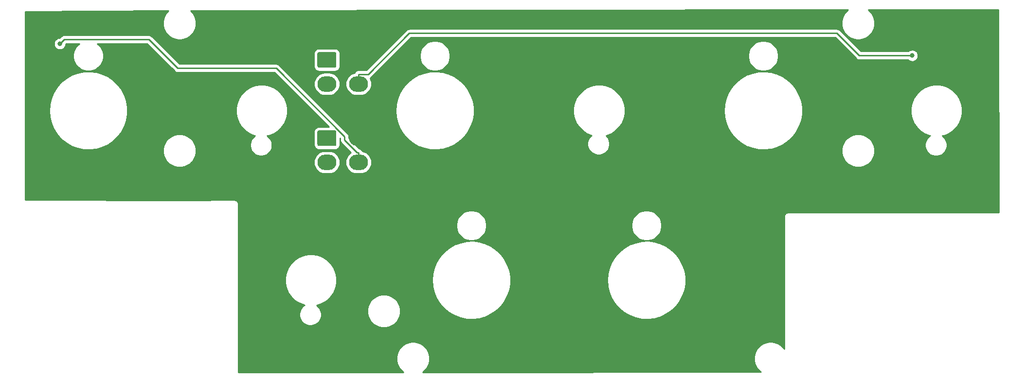
<source format=gbr>
%TF.GenerationSoftware,KiCad,Pcbnew,(5.1.10)-1*%
%TF.CreationDate,2021-11-17T10:49:59+11:00*%
%TF.ProjectId,HUD Panel PCB V2,48554420-5061-46e6-956c-205043422056,rev?*%
%TF.SameCoordinates,Original*%
%TF.FileFunction,Copper,L2,Bot*%
%TF.FilePolarity,Positive*%
%FSLAX46Y46*%
G04 Gerber Fmt 4.6, Leading zero omitted, Abs format (unit mm)*
G04 Created by KiCad (PCBNEW (5.1.10)-1) date 2021-11-17 10:49:59*
%MOMM*%
%LPD*%
G01*
G04 APERTURE LIST*
%TA.AperFunction,ComponentPad*%
%ADD10O,3.300000X2.700000*%
%TD*%
%TA.AperFunction,ViaPad*%
%ADD11C,1.500000*%
%TD*%
%TA.AperFunction,ViaPad*%
%ADD12C,0.800000*%
%TD*%
%TA.AperFunction,Conductor*%
%ADD13C,0.250000*%
%TD*%
%TA.AperFunction,Conductor*%
%ADD14C,0.254000*%
%TD*%
%TA.AperFunction,Conductor*%
%ADD15C,0.100000*%
%TD*%
G04 APERTURE END LIST*
D10*
%TO.P,J2,4*%
%TO.N,/DATAOUT*%
X126400000Y-51850000D03*
%TO.P,J2,3*%
%TO.N,/LEDGND*%
X126400000Y-47650000D03*
%TO.P,J2,2*%
%TO.N,/LED+5V*%
X120900000Y-51850000D03*
%TO.P,J2,1*%
%TA.AperFunction,ComponentPad*%
G36*
G01*
X119500001Y-46300000D02*
X122299999Y-46300000D01*
G75*
G02*
X122550000Y-46550001I0J-250001D01*
G01*
X122550000Y-48749999D01*
G75*
G02*
X122299999Y-49000000I-250001J0D01*
G01*
X119500001Y-49000000D01*
G75*
G02*
X119250000Y-48749999I0J250001D01*
G01*
X119250000Y-46550001D01*
G75*
G02*
X119500001Y-46300000I250001J0D01*
G01*
G37*
%TD.AperFunction*%
%TD*%
%TO.P,J1,4*%
%TO.N,/DATAIN*%
X126400000Y-65500000D03*
%TO.P,J1,3*%
%TO.N,/LEDGND*%
X126400000Y-61300000D03*
%TO.P,J1,2*%
%TO.N,/LED+5V*%
X120900000Y-65500000D03*
%TO.P,J1,1*%
%TA.AperFunction,ComponentPad*%
G36*
G01*
X119500001Y-59950000D02*
X122299999Y-59950000D01*
G75*
G02*
X122550000Y-60200001I0J-250001D01*
G01*
X122550000Y-62399999D01*
G75*
G02*
X122299999Y-62650000I-250001J0D01*
G01*
X119500001Y-62650000D01*
G75*
G02*
X119250000Y-62399999I0J250001D01*
G01*
X119250000Y-60200001D01*
G75*
G02*
X119500001Y-59950000I250001J0D01*
G01*
G37*
%TD.AperFunction*%
%TD*%
D11*
%TO.N,/LEDGND*%
X69977000Y-50419000D03*
X89535000Y-48514000D03*
X94361000Y-54483000D03*
X90297000Y-62103000D03*
X86995000Y-68580000D03*
X76800000Y-69942000D03*
X105664000Y-46228000D03*
X113820000Y-46200000D03*
X109728000Y-86868000D03*
X115000000Y-98868000D03*
X125476000Y-99949000D03*
X126620000Y-87250000D03*
X125222000Y-77216000D03*
X114874000Y-77150000D03*
X136398000Y-86995000D03*
X140140000Y-78300000D03*
X135509000Y-68072000D03*
X144702000Y-68150000D03*
X130302000Y-58038800D03*
X133985000Y-48387000D03*
X148200000Y-47126000D03*
X152150000Y-57146000D03*
X160927000Y-55100000D03*
X178950000Y-65158000D03*
X181483000Y-55626000D03*
X186366000Y-58350000D03*
X190963000Y-48850000D03*
X173406000Y-46050000D03*
X162459000Y-46000000D03*
X202819000Y-48895000D03*
X207137000Y-54737000D03*
X207347000Y-60750000D03*
X201059000Y-67800000D03*
X194088000Y-67850000D03*
X227330000Y-46482000D03*
X233942000Y-70350000D03*
X146304000Y-98044000D03*
X156464000Y-88138000D03*
X160655000Y-94234000D03*
X167513000Y-92964000D03*
X166616000Y-83050000D03*
X159604000Y-81950000D03*
X152273000Y-78232000D03*
X170815000Y-76327000D03*
X186182000Y-77089000D03*
X194795000Y-82400000D03*
X195114000Y-88350000D03*
X187579000Y-88265000D03*
X192339000Y-94300000D03*
X185547000Y-94996000D03*
X176752000Y-97250000D03*
X226060000Y-65786000D03*
X225069000Y-71272000D03*
X108814000Y-65303000D03*
X107061000Y-70866000D03*
X167259000Y-65659000D03*
D12*
%TO.N,/DATAIN*%
X74399400Y-44856300D03*
%TO.N,/DATAOUT*%
X222776000Y-46898500D03*
%TD*%
D13*
%TO.N,/DATAIN*%
X126400000Y-65500000D02*
X126400000Y-63824700D01*
X74399400Y-44856300D02*
X75174300Y-44081400D01*
X75174300Y-44081400D02*
X89916400Y-44081400D01*
X89916400Y-44081400D02*
X94943800Y-49108800D01*
X94943800Y-49108800D02*
X112074600Y-49108800D01*
X112074600Y-49108800D02*
X123972100Y-61006300D01*
X123972100Y-61006300D02*
X123972100Y-61606200D01*
X123972100Y-61606200D02*
X126190600Y-63824700D01*
X126190600Y-63824700D02*
X126400000Y-63824700D01*
%TO.N,/DATAOUT*%
X126400000Y-51850000D02*
X126400000Y-50174700D01*
X222776000Y-46898500D02*
X213548300Y-46898500D01*
X213548300Y-46898500D02*
X209665600Y-43015800D01*
X209665600Y-43015800D02*
X135234200Y-43015800D01*
X135234200Y-43015800D02*
X128075300Y-50174700D01*
X128075300Y-50174700D02*
X126400000Y-50174700D01*
%TD*%
D14*
%TO.N,/LEDGND*%
X237844167Y-74219200D02*
X201200419Y-74219200D01*
X201168000Y-74216007D01*
X201135581Y-74219200D01*
X201038617Y-74228750D01*
X200914207Y-74266490D01*
X200799550Y-74327775D01*
X200699052Y-74410252D01*
X200616575Y-74510750D01*
X200555290Y-74625407D01*
X200517550Y-74749817D01*
X200504807Y-74879200D01*
X200508001Y-74911629D01*
X200508000Y-98035063D01*
X200367644Y-97825005D01*
X199964594Y-97421955D01*
X199490657Y-97105281D01*
X198964046Y-96887151D01*
X198405000Y-96775950D01*
X197835000Y-96775950D01*
X197275954Y-96887151D01*
X196749343Y-97105281D01*
X196275406Y-97421955D01*
X195872356Y-97825005D01*
X195555682Y-98298942D01*
X195337552Y-98825553D01*
X195226351Y-99384599D01*
X195226351Y-99954599D01*
X195337552Y-100513645D01*
X195555682Y-101040256D01*
X195872356Y-101514193D01*
X196275406Y-101917243D01*
X196413191Y-102009308D01*
X137550345Y-102040354D01*
X137734594Y-101917243D01*
X138137644Y-101514193D01*
X138454318Y-101040256D01*
X138672448Y-100513645D01*
X138783649Y-99954599D01*
X138783649Y-99384599D01*
X138672448Y-98825553D01*
X138454318Y-98298942D01*
X138137644Y-97825005D01*
X137734594Y-97421955D01*
X137260657Y-97105281D01*
X136734046Y-96887151D01*
X136175000Y-96775950D01*
X135605000Y-96775950D01*
X135045954Y-96887151D01*
X134519343Y-97105281D01*
X134045406Y-97421955D01*
X133642356Y-97825005D01*
X133325682Y-98298942D01*
X133107552Y-98825553D01*
X132996351Y-99384599D01*
X132996351Y-99954599D01*
X133107552Y-100513645D01*
X133325682Y-101040256D01*
X133642356Y-101514193D01*
X134045406Y-101917243D01*
X134232274Y-102042104D01*
X105510083Y-102057253D01*
X105482192Y-85573541D01*
X113606478Y-85573541D01*
X113606478Y-86460657D01*
X113779545Y-87330728D01*
X114119030Y-88150317D01*
X114611886Y-88887927D01*
X115239172Y-89515213D01*
X115976782Y-90008069D01*
X116796371Y-90347554D01*
X116966863Y-90381467D01*
X116771206Y-90512201D01*
X116501509Y-90781898D01*
X116289609Y-91099028D01*
X116143650Y-91451404D01*
X116069241Y-91825484D01*
X116069241Y-92206894D01*
X116143650Y-92580974D01*
X116289609Y-92933350D01*
X116501509Y-93250480D01*
X116771206Y-93520177D01*
X117088336Y-93732077D01*
X117440712Y-93878036D01*
X117814792Y-93952445D01*
X118196202Y-93952445D01*
X118570282Y-93878036D01*
X118922658Y-93732077D01*
X119239788Y-93520177D01*
X119509485Y-93250480D01*
X119721385Y-92933350D01*
X119867344Y-92580974D01*
X119941753Y-92206894D01*
X119941753Y-91825484D01*
X119867344Y-91451404D01*
X119734048Y-91129599D01*
X127916351Y-91129599D01*
X127916351Y-91699599D01*
X128027552Y-92258645D01*
X128245682Y-92785256D01*
X128562356Y-93259193D01*
X128965406Y-93662243D01*
X129439343Y-93978917D01*
X129965954Y-94197047D01*
X130525000Y-94308248D01*
X131095000Y-94308248D01*
X131654046Y-94197047D01*
X132180657Y-93978917D01*
X132654594Y-93662243D01*
X133057644Y-93259193D01*
X133374318Y-92785256D01*
X133592448Y-92258645D01*
X133703649Y-91699599D01*
X133703649Y-91129599D01*
X133592448Y-90570553D01*
X133374318Y-90043942D01*
X133057644Y-89570005D01*
X132654594Y-89166955D01*
X132180657Y-88850281D01*
X131654046Y-88632151D01*
X131095000Y-88520950D01*
X130525000Y-88520950D01*
X129965954Y-88632151D01*
X129439343Y-88850281D01*
X128965406Y-89166955D01*
X128562356Y-89570005D01*
X128245682Y-90043942D01*
X128027552Y-90570553D01*
X127916351Y-91129599D01*
X119734048Y-91129599D01*
X119721385Y-91099028D01*
X119509485Y-90781898D01*
X119239788Y-90512201D01*
X119092077Y-90413503D01*
X119423629Y-90347554D01*
X120243218Y-90008069D01*
X120980828Y-89515213D01*
X121608114Y-88887927D01*
X122100970Y-88150317D01*
X122440455Y-87330728D01*
X122613522Y-86460657D01*
X122613522Y-86017099D01*
X139199000Y-86017099D01*
X139287719Y-87116077D01*
X139551577Y-88186591D01*
X139983741Y-89200917D01*
X140573018Y-90132784D01*
X141304145Y-90958057D01*
X142158188Y-91655361D01*
X143113027Y-92206638D01*
X144143932Y-92597609D01*
X145224203Y-92818147D01*
X146325862Y-92862543D01*
X147420376Y-92729645D01*
X148479398Y-92422895D01*
X149475500Y-91950239D01*
X150382883Y-91323918D01*
X151178047Y-90560152D01*
X151840397Y-89678724D01*
X152352779Y-88702462D01*
X152701922Y-87656651D01*
X152878784Y-86568375D01*
X152878784Y-86017099D01*
X169679001Y-86017099D01*
X169767720Y-87116077D01*
X170031578Y-88186591D01*
X170463742Y-89200917D01*
X171053018Y-90132784D01*
X171784146Y-90958056D01*
X172638189Y-91655361D01*
X173593028Y-92206637D01*
X174623932Y-92597608D01*
X175704203Y-92818147D01*
X176805862Y-92862542D01*
X177900376Y-92729644D01*
X178959398Y-92422894D01*
X179955500Y-91950238D01*
X180862883Y-91323917D01*
X181658046Y-90560152D01*
X182320396Y-89678724D01*
X182832778Y-88702462D01*
X183181921Y-87656650D01*
X183358783Y-86568375D01*
X183358783Y-85465823D01*
X183181921Y-84377548D01*
X182832778Y-83331736D01*
X182320396Y-82355474D01*
X181658046Y-81474046D01*
X180862883Y-80710281D01*
X179955500Y-80083960D01*
X178959398Y-79611304D01*
X177900376Y-79304554D01*
X176805862Y-79171656D01*
X175704203Y-79216051D01*
X174623932Y-79436590D01*
X173593028Y-79827561D01*
X172638189Y-80378837D01*
X171784146Y-81076142D01*
X171053018Y-81901414D01*
X170463742Y-82833281D01*
X170031578Y-83847607D01*
X169767720Y-84918121D01*
X169679001Y-86017099D01*
X152878784Y-86017099D01*
X152878784Y-85465823D01*
X152701922Y-84377547D01*
X152352779Y-83331736D01*
X151840397Y-82355474D01*
X151178047Y-81474046D01*
X150382883Y-80710280D01*
X149475500Y-80083959D01*
X148479398Y-79611303D01*
X147420376Y-79304553D01*
X146325862Y-79171655D01*
X145224203Y-79216051D01*
X144143932Y-79436589D01*
X143113027Y-79827560D01*
X142158188Y-80378837D01*
X141304145Y-81076141D01*
X140573018Y-81901414D01*
X139983741Y-82833281D01*
X139551577Y-83847607D01*
X139287719Y-84918121D01*
X139199000Y-86017099D01*
X122613522Y-86017099D01*
X122613522Y-85573541D01*
X122440455Y-84703470D01*
X122100970Y-83883881D01*
X121608114Y-83146271D01*
X120980828Y-82518985D01*
X120243218Y-82026129D01*
X119423629Y-81686644D01*
X118553558Y-81513577D01*
X117666442Y-81513577D01*
X116796371Y-81686644D01*
X115976782Y-82026129D01*
X115239172Y-82518985D01*
X114611886Y-83146271D01*
X114119030Y-83883881D01*
X113779545Y-84703470D01*
X113606478Y-85573541D01*
X105482192Y-85573541D01*
X105466385Y-76231373D01*
X143402808Y-76231373D01*
X143402808Y-76752825D01*
X143504538Y-77264257D01*
X143704089Y-77746015D01*
X143993791Y-78179586D01*
X144362513Y-78548308D01*
X144796084Y-78838010D01*
X145277842Y-79037561D01*
X145789274Y-79139291D01*
X146310726Y-79139291D01*
X146822158Y-79037561D01*
X147303916Y-78838010D01*
X147737487Y-78548308D01*
X148106209Y-78179586D01*
X148395911Y-77746015D01*
X148595462Y-77264257D01*
X148697192Y-76752825D01*
X148697192Y-76231374D01*
X173882810Y-76231374D01*
X173882810Y-76752824D01*
X173984540Y-77264256D01*
X174184090Y-77746014D01*
X174473793Y-78179585D01*
X174842514Y-78548306D01*
X175276085Y-78838009D01*
X175757843Y-79037559D01*
X176269275Y-79139289D01*
X176790725Y-79139289D01*
X177302157Y-79037559D01*
X177783915Y-78838009D01*
X178217486Y-78548306D01*
X178586207Y-78179585D01*
X178875910Y-77746014D01*
X179075460Y-77264256D01*
X179177190Y-76752824D01*
X179177190Y-76231374D01*
X179075460Y-75719942D01*
X178875910Y-75238184D01*
X178586207Y-74804613D01*
X178217486Y-74435892D01*
X177783915Y-74146189D01*
X177302157Y-73946639D01*
X176790725Y-73844909D01*
X176269275Y-73844909D01*
X175757843Y-73946639D01*
X175276085Y-74146189D01*
X174842514Y-74435892D01*
X174473793Y-74804613D01*
X174184090Y-75238184D01*
X173984540Y-75719942D01*
X173882810Y-76231374D01*
X148697192Y-76231374D01*
X148697192Y-76231373D01*
X148595462Y-75719941D01*
X148395911Y-75238183D01*
X148106209Y-74804612D01*
X147737487Y-74435890D01*
X147303916Y-74146188D01*
X146822158Y-73946637D01*
X146310726Y-73844907D01*
X145789274Y-73844907D01*
X145277842Y-73946637D01*
X144796084Y-74146188D01*
X144362513Y-74435890D01*
X143993791Y-74804612D01*
X143704089Y-75238183D01*
X143504538Y-75719941D01*
X143402808Y-76231373D01*
X105466385Y-76231373D01*
X105460451Y-72724597D01*
X105463580Y-72690656D01*
X105456965Y-72627538D01*
X105450630Y-72564317D01*
X105450186Y-72562862D01*
X105450028Y-72561355D01*
X105431208Y-72500682D01*
X105412679Y-72439971D01*
X105411963Y-72438637D01*
X105411512Y-72437183D01*
X105381168Y-72381257D01*
X105351200Y-72325418D01*
X105350236Y-72324248D01*
X105349511Y-72322911D01*
X105308834Y-72273973D01*
X105268553Y-72225060D01*
X105267381Y-72224101D01*
X105266408Y-72222931D01*
X105217043Y-72182932D01*
X105167916Y-72142753D01*
X105166574Y-72142039D01*
X105165396Y-72141084D01*
X105109199Y-72111496D01*
X105053155Y-72081662D01*
X105051703Y-72081224D01*
X105050358Y-72080516D01*
X104989432Y-72062449D01*
X104928682Y-72044133D01*
X104927171Y-72043987D01*
X104925715Y-72043555D01*
X104862556Y-72037733D01*
X104799278Y-72031608D01*
X104765357Y-72035007D01*
X96670965Y-72085597D01*
X68376400Y-72035958D01*
X68376400Y-56489600D01*
X72523999Y-56489600D01*
X72612718Y-57588578D01*
X72876576Y-58659093D01*
X73308740Y-59673419D01*
X73898017Y-60605286D01*
X74629145Y-61430559D01*
X75483188Y-62127863D01*
X76438027Y-62679140D01*
X77468932Y-63070111D01*
X78549203Y-63290649D01*
X79650862Y-63335045D01*
X80745376Y-63202147D01*
X80788693Y-63189600D01*
X92356351Y-63189600D01*
X92356351Y-63759600D01*
X92467552Y-64318646D01*
X92685682Y-64845257D01*
X93002356Y-65319194D01*
X93405406Y-65722244D01*
X93879343Y-66038918D01*
X94405954Y-66257048D01*
X94965000Y-66368249D01*
X95535000Y-66368249D01*
X96094046Y-66257048D01*
X96620657Y-66038918D01*
X97094594Y-65722244D01*
X97316838Y-65500000D01*
X118605396Y-65500000D01*
X118643722Y-65889128D01*
X118757226Y-66263302D01*
X118941547Y-66608143D01*
X119189602Y-66910398D01*
X119491857Y-67158453D01*
X119836698Y-67342774D01*
X120210872Y-67456278D01*
X120502490Y-67485000D01*
X121297510Y-67485000D01*
X121589128Y-67456278D01*
X121963302Y-67342774D01*
X122308143Y-67158453D01*
X122610398Y-66910398D01*
X122858453Y-66608143D01*
X123042774Y-66263302D01*
X123156278Y-65889128D01*
X123194604Y-65500000D01*
X123156278Y-65110872D01*
X123042774Y-64736698D01*
X122858453Y-64391857D01*
X122610398Y-64089602D01*
X122308143Y-63841547D01*
X121963302Y-63657226D01*
X121589128Y-63543722D01*
X121297510Y-63515000D01*
X120502490Y-63515000D01*
X120210872Y-63543722D01*
X119836698Y-63657226D01*
X119491857Y-63841547D01*
X119189602Y-64089602D01*
X118941547Y-64391857D01*
X118757226Y-64736698D01*
X118643722Y-65110872D01*
X118605396Y-65500000D01*
X97316838Y-65500000D01*
X97497644Y-65319194D01*
X97814318Y-64845257D01*
X98032448Y-64318646D01*
X98143649Y-63759600D01*
X98143649Y-63189600D01*
X98032448Y-62630554D01*
X97814318Y-62103943D01*
X97497644Y-61630006D01*
X97094594Y-61226956D01*
X96620657Y-60910282D01*
X96094046Y-60692152D01*
X95535000Y-60580951D01*
X94965000Y-60580951D01*
X94405954Y-60692152D01*
X93879343Y-60910282D01*
X93405406Y-61226956D01*
X93002356Y-61630006D01*
X92685682Y-62103943D01*
X92467552Y-62630554D01*
X92356351Y-63189600D01*
X80788693Y-63189600D01*
X81804398Y-62895397D01*
X82800501Y-62422741D01*
X83707884Y-61796419D01*
X84503048Y-61032654D01*
X85165398Y-60151226D01*
X85677780Y-59174964D01*
X86026923Y-58129152D01*
X86203785Y-57040877D01*
X86203785Y-56046042D01*
X105033978Y-56046042D01*
X105033978Y-56933158D01*
X105207045Y-57803229D01*
X105546530Y-58622818D01*
X106039386Y-59360428D01*
X106666672Y-59987714D01*
X107404282Y-60480570D01*
X108223871Y-60820055D01*
X108394363Y-60853968D01*
X108198706Y-60984702D01*
X107929009Y-61254399D01*
X107717109Y-61571529D01*
X107571150Y-61923905D01*
X107496741Y-62297985D01*
X107496741Y-62679395D01*
X107571150Y-63053475D01*
X107717109Y-63405851D01*
X107929009Y-63722981D01*
X108198706Y-63992678D01*
X108515836Y-64204578D01*
X108868212Y-64350537D01*
X109242292Y-64424946D01*
X109623702Y-64424946D01*
X109997782Y-64350537D01*
X110350158Y-64204578D01*
X110667288Y-63992678D01*
X110936985Y-63722981D01*
X111148885Y-63405851D01*
X111294844Y-63053475D01*
X111369253Y-62679395D01*
X111369253Y-62297985D01*
X111294844Y-61923905D01*
X111148885Y-61571529D01*
X110936985Y-61254399D01*
X110667288Y-60984702D01*
X110519577Y-60886004D01*
X110851129Y-60820055D01*
X111670718Y-60480570D01*
X112408328Y-59987714D01*
X113035614Y-59360428D01*
X113528470Y-58622818D01*
X113867955Y-57803229D01*
X114041022Y-56933158D01*
X114041022Y-56046042D01*
X113867955Y-55175971D01*
X113528470Y-54356382D01*
X113035614Y-53618772D01*
X112408328Y-52991486D01*
X111670718Y-52498630D01*
X110851129Y-52159145D01*
X109981058Y-51986078D01*
X109093942Y-51986078D01*
X108223871Y-52159145D01*
X107404282Y-52498630D01*
X106666672Y-52991486D01*
X106039386Y-53618772D01*
X105546530Y-54356382D01*
X105207045Y-55175971D01*
X105033978Y-56046042D01*
X86203785Y-56046042D01*
X86203785Y-55938323D01*
X86026923Y-54850048D01*
X85677780Y-53804236D01*
X85165398Y-52827974D01*
X84503048Y-51946546D01*
X83707884Y-51182781D01*
X82800501Y-50556459D01*
X81804398Y-50083803D01*
X80745376Y-49777053D01*
X79650862Y-49644155D01*
X78549203Y-49688551D01*
X77468932Y-49909089D01*
X76438027Y-50300060D01*
X75483188Y-50851337D01*
X74629145Y-51548641D01*
X73898017Y-52373914D01*
X73308740Y-53305781D01*
X72876576Y-54320107D01*
X72612718Y-55390622D01*
X72523999Y-56489600D01*
X68376400Y-56489600D01*
X68376400Y-44754361D01*
X73364400Y-44754361D01*
X73364400Y-44958239D01*
X73404174Y-45158198D01*
X73482195Y-45346556D01*
X73595463Y-45516074D01*
X73739626Y-45660237D01*
X73909144Y-45773505D01*
X74097502Y-45851526D01*
X74297461Y-45891300D01*
X74501339Y-45891300D01*
X74701298Y-45851526D01*
X74889656Y-45773505D01*
X75059174Y-45660237D01*
X75203337Y-45516074D01*
X75316605Y-45346556D01*
X75394626Y-45158198D01*
X75434400Y-44958239D01*
X75434400Y-44896102D01*
X75489102Y-44841400D01*
X77787775Y-44841400D01*
X77687514Y-44908392D01*
X77318792Y-45277114D01*
X77029089Y-45710685D01*
X76829539Y-46192443D01*
X76727809Y-46703874D01*
X76727809Y-47225326D01*
X76829539Y-47736757D01*
X77029089Y-48218515D01*
X77318792Y-48652086D01*
X77687514Y-49020808D01*
X78121085Y-49310511D01*
X78602843Y-49510061D01*
X79114274Y-49611791D01*
X79635726Y-49611791D01*
X80147157Y-49510061D01*
X80628915Y-49310511D01*
X81062486Y-49020808D01*
X81431208Y-48652086D01*
X81720911Y-48218515D01*
X81920461Y-47736757D01*
X82022191Y-47225326D01*
X82022191Y-46703874D01*
X81920461Y-46192443D01*
X81720911Y-45710685D01*
X81431208Y-45277114D01*
X81062486Y-44908392D01*
X80962225Y-44841400D01*
X89601599Y-44841400D01*
X94380000Y-49619802D01*
X94403799Y-49648801D01*
X94519524Y-49743774D01*
X94651553Y-49814346D01*
X94794814Y-49857803D01*
X94906467Y-49868800D01*
X94906476Y-49868800D01*
X94943799Y-49872476D01*
X94981122Y-49868800D01*
X111759799Y-49868800D01*
X121202926Y-59311928D01*
X119500001Y-59311928D01*
X119326747Y-59328992D01*
X119160150Y-59379529D01*
X119006614Y-59461595D01*
X118872039Y-59572039D01*
X118761595Y-59706614D01*
X118679529Y-59860150D01*
X118628992Y-60026747D01*
X118611928Y-60200001D01*
X118611928Y-62399999D01*
X118628992Y-62573253D01*
X118679529Y-62739850D01*
X118761595Y-62893386D01*
X118872039Y-63027961D01*
X119006614Y-63138405D01*
X119160150Y-63220471D01*
X119326747Y-63271008D01*
X119500001Y-63288072D01*
X122299999Y-63288072D01*
X122473253Y-63271008D01*
X122639850Y-63220471D01*
X122793386Y-63138405D01*
X122927961Y-63027961D01*
X123038405Y-62893386D01*
X123120471Y-62739850D01*
X123171008Y-62573253D01*
X123188072Y-62399999D01*
X123188072Y-61297074D01*
X123212100Y-61321102D01*
X123212100Y-61568878D01*
X123208424Y-61606200D01*
X123212100Y-61643522D01*
X123212100Y-61643533D01*
X123223097Y-61755186D01*
X123266554Y-61898447D01*
X123280162Y-61923905D01*
X123337126Y-62030476D01*
X123408301Y-62117202D01*
X123432100Y-62146201D01*
X123461098Y-62169999D01*
X125083605Y-63792507D01*
X124991857Y-63841547D01*
X124689602Y-64089602D01*
X124441547Y-64391857D01*
X124257226Y-64736698D01*
X124143722Y-65110872D01*
X124105396Y-65500000D01*
X124143722Y-65889128D01*
X124257226Y-66263302D01*
X124441547Y-66608143D01*
X124689602Y-66910398D01*
X124991857Y-67158453D01*
X125336698Y-67342774D01*
X125710872Y-67456278D01*
X126002490Y-67485000D01*
X126797510Y-67485000D01*
X127089128Y-67456278D01*
X127463302Y-67342774D01*
X127808143Y-67158453D01*
X128110398Y-66910398D01*
X128358453Y-66608143D01*
X128542774Y-66263302D01*
X128656278Y-65889128D01*
X128694604Y-65500000D01*
X128656278Y-65110872D01*
X128542774Y-64736698D01*
X128358453Y-64391857D01*
X128110398Y-64089602D01*
X127808143Y-63841547D01*
X127463302Y-63657226D01*
X127110975Y-63550349D01*
X127105546Y-63532453D01*
X127034974Y-63400424D01*
X126940001Y-63284699D01*
X126824276Y-63189726D01*
X126692247Y-63119154D01*
X126548986Y-63075697D01*
X126512839Y-63072137D01*
X124732100Y-61291399D01*
X124732100Y-61043623D01*
X124735776Y-61006300D01*
X124732100Y-60968977D01*
X124732100Y-60968967D01*
X124721103Y-60857314D01*
X124677646Y-60714053D01*
X124607074Y-60582024D01*
X124512101Y-60466299D01*
X124483104Y-60442502D01*
X120530202Y-56489600D01*
X132849000Y-56489600D01*
X132937719Y-57588578D01*
X133201577Y-58659092D01*
X133633741Y-59673418D01*
X134223018Y-60605285D01*
X134954145Y-61430558D01*
X135808188Y-62127862D01*
X136763027Y-62679139D01*
X137793932Y-63070110D01*
X138874203Y-63290648D01*
X139975862Y-63335044D01*
X141070376Y-63202146D01*
X142129398Y-62895396D01*
X143125500Y-62422740D01*
X144032883Y-61796419D01*
X144828047Y-61032653D01*
X145490397Y-60151225D01*
X146002779Y-59174963D01*
X146351922Y-58129152D01*
X146528784Y-57040876D01*
X146528784Y-56046042D01*
X163771479Y-56046042D01*
X163771479Y-56933158D01*
X163944546Y-57803229D01*
X164284031Y-58622817D01*
X164776887Y-59360428D01*
X165404172Y-59987713D01*
X166141783Y-60480569D01*
X166921064Y-60803358D01*
X166669992Y-61054430D01*
X166458092Y-61371560D01*
X166312133Y-61723936D01*
X166237724Y-62098016D01*
X166237724Y-62479426D01*
X166312133Y-62853506D01*
X166458092Y-63205882D01*
X166669992Y-63523012D01*
X166939689Y-63792709D01*
X167256819Y-64004609D01*
X167609195Y-64150568D01*
X167983275Y-64224977D01*
X168364685Y-64224977D01*
X168738765Y-64150568D01*
X169091141Y-64004609D01*
X169408271Y-63792709D01*
X169677968Y-63523012D01*
X169889868Y-63205882D01*
X170035827Y-62853506D01*
X170110236Y-62479426D01*
X170110236Y-62098016D01*
X170035827Y-61723936D01*
X169889868Y-61371560D01*
X169677968Y-61054430D01*
X169467655Y-60844117D01*
X169588629Y-60820054D01*
X170408217Y-60480569D01*
X171145828Y-59987713D01*
X171773113Y-59360428D01*
X172265969Y-58622817D01*
X172605454Y-57803229D01*
X172778521Y-56933158D01*
X172778521Y-56489600D01*
X189999000Y-56489600D01*
X190087719Y-57588578D01*
X190351577Y-58659092D01*
X190783741Y-59673418D01*
X191373018Y-60605285D01*
X192104145Y-61430558D01*
X192958188Y-62127862D01*
X193913027Y-62679139D01*
X194943932Y-63070110D01*
X196024203Y-63290648D01*
X197125862Y-63335044D01*
X198220376Y-63202146D01*
X198263686Y-63189601D01*
X210466352Y-63189601D01*
X210466352Y-63759599D01*
X210577553Y-64318646D01*
X210795683Y-64845256D01*
X211112357Y-65319193D01*
X211515407Y-65722243D01*
X211989344Y-66038917D01*
X212515954Y-66257047D01*
X213075001Y-66368248D01*
X213644999Y-66368248D01*
X214204046Y-66257047D01*
X214730656Y-66038917D01*
X215204593Y-65722243D01*
X215607643Y-65319193D01*
X215924317Y-64845256D01*
X216142447Y-64318646D01*
X216253648Y-63759599D01*
X216253648Y-63189601D01*
X216142447Y-62630554D01*
X215924317Y-62103944D01*
X215607643Y-61630007D01*
X215204593Y-61226957D01*
X214730656Y-60910283D01*
X214204046Y-60692153D01*
X213644999Y-60580952D01*
X213075001Y-60580952D01*
X212515954Y-60692153D01*
X211989344Y-60910283D01*
X211515407Y-61226957D01*
X211112357Y-61630007D01*
X210795683Y-62103944D01*
X210577553Y-62630554D01*
X210466352Y-63189601D01*
X198263686Y-63189601D01*
X199279398Y-62895396D01*
X200275500Y-62422740D01*
X201182883Y-61796419D01*
X201978047Y-61032653D01*
X202640397Y-60151225D01*
X203152779Y-59174963D01*
X203501922Y-58129152D01*
X203678784Y-57040876D01*
X203678784Y-56046042D01*
X222508979Y-56046042D01*
X222508979Y-56933158D01*
X222682046Y-57803229D01*
X223021531Y-58622817D01*
X223514387Y-59360428D01*
X224141672Y-59987713D01*
X224879283Y-60480569D01*
X225698871Y-60820054D01*
X225869363Y-60853967D01*
X225673705Y-60984702D01*
X225404008Y-61254399D01*
X225192108Y-61571529D01*
X225046149Y-61923905D01*
X224971740Y-62297985D01*
X224971740Y-62679395D01*
X225046149Y-63053475D01*
X225192108Y-63405851D01*
X225404008Y-63722981D01*
X225673705Y-63992678D01*
X225990835Y-64204578D01*
X226343211Y-64350537D01*
X226717291Y-64424946D01*
X227098701Y-64424946D01*
X227472781Y-64350537D01*
X227825157Y-64204578D01*
X228142287Y-63992678D01*
X228411984Y-63722981D01*
X228623884Y-63405851D01*
X228769843Y-63053475D01*
X228844252Y-62679395D01*
X228844252Y-62297985D01*
X228769843Y-61923905D01*
X228623884Y-61571529D01*
X228411984Y-61254399D01*
X228142287Y-60984702D01*
X227994575Y-60886004D01*
X228326129Y-60820054D01*
X229145717Y-60480569D01*
X229883328Y-59987713D01*
X230510613Y-59360428D01*
X231003469Y-58622817D01*
X231342954Y-57803229D01*
X231516021Y-56933158D01*
X231516021Y-56046042D01*
X231342954Y-55175971D01*
X231003469Y-54356383D01*
X230510613Y-53618772D01*
X229883328Y-52991487D01*
X229145717Y-52498631D01*
X228326129Y-52159146D01*
X227456058Y-51986079D01*
X226568942Y-51986079D01*
X225698871Y-52159146D01*
X224879283Y-52498631D01*
X224141672Y-52991487D01*
X223514387Y-53618772D01*
X223021531Y-54356383D01*
X222682046Y-55175971D01*
X222508979Y-56046042D01*
X203678784Y-56046042D01*
X203678784Y-55938324D01*
X203501922Y-54850048D01*
X203152779Y-53804237D01*
X202640397Y-52827975D01*
X201978047Y-51946547D01*
X201182883Y-51182781D01*
X200275500Y-50556460D01*
X199279398Y-50083804D01*
X198220376Y-49777054D01*
X197125862Y-49644156D01*
X196024203Y-49688552D01*
X194943932Y-49909090D01*
X193913027Y-50300061D01*
X192958188Y-50851338D01*
X192104145Y-51548642D01*
X191373018Y-52373915D01*
X190783741Y-53305782D01*
X190351577Y-54320108D01*
X190087719Y-55390622D01*
X189999000Y-56489600D01*
X172778521Y-56489600D01*
X172778521Y-56046042D01*
X172605454Y-55175971D01*
X172265969Y-54356383D01*
X171773113Y-53618772D01*
X171145828Y-52991487D01*
X170408217Y-52498631D01*
X169588629Y-52159146D01*
X168718558Y-51986079D01*
X167831442Y-51986079D01*
X166961371Y-52159146D01*
X166141783Y-52498631D01*
X165404172Y-52991487D01*
X164776887Y-53618772D01*
X164284031Y-54356383D01*
X163944546Y-55175971D01*
X163771479Y-56046042D01*
X146528784Y-56046042D01*
X146528784Y-55938324D01*
X146351922Y-54850048D01*
X146002779Y-53804237D01*
X145490397Y-52827975D01*
X144828047Y-51946547D01*
X144032883Y-51182781D01*
X143125500Y-50556460D01*
X142129398Y-50083804D01*
X141070376Y-49777054D01*
X139975862Y-49644156D01*
X138874203Y-49688552D01*
X137793932Y-49909090D01*
X136763027Y-50300061D01*
X135808188Y-50851338D01*
X134954145Y-51548642D01*
X134223018Y-52373915D01*
X133633741Y-53305782D01*
X133201577Y-54320108D01*
X132937719Y-55390622D01*
X132849000Y-56489600D01*
X120530202Y-56489600D01*
X115890602Y-51850000D01*
X118605396Y-51850000D01*
X118643722Y-52239128D01*
X118757226Y-52613302D01*
X118941547Y-52958143D01*
X119189602Y-53260398D01*
X119491857Y-53508453D01*
X119836698Y-53692774D01*
X120210872Y-53806278D01*
X120502490Y-53835000D01*
X121297510Y-53835000D01*
X121589128Y-53806278D01*
X121963302Y-53692774D01*
X122308143Y-53508453D01*
X122610398Y-53260398D01*
X122858453Y-52958143D01*
X123042774Y-52613302D01*
X123156278Y-52239128D01*
X123194604Y-51850000D01*
X124105396Y-51850000D01*
X124143722Y-52239128D01*
X124257226Y-52613302D01*
X124441547Y-52958143D01*
X124689602Y-53260398D01*
X124991857Y-53508453D01*
X125336698Y-53692774D01*
X125710872Y-53806278D01*
X126002490Y-53835000D01*
X126797510Y-53835000D01*
X127089128Y-53806278D01*
X127463302Y-53692774D01*
X127808143Y-53508453D01*
X128110398Y-53260398D01*
X128358453Y-52958143D01*
X128542774Y-52613302D01*
X128656278Y-52239128D01*
X128694604Y-51850000D01*
X128656278Y-51460872D01*
X128542774Y-51086698D01*
X128418007Y-50853274D01*
X128499576Y-50809674D01*
X128615301Y-50714701D01*
X128639104Y-50685697D01*
X132620928Y-46703874D01*
X137052809Y-46703874D01*
X137052809Y-47225326D01*
X137154539Y-47736757D01*
X137354089Y-48218515D01*
X137643792Y-48652086D01*
X138012514Y-49020808D01*
X138446085Y-49310511D01*
X138927843Y-49510061D01*
X139439274Y-49611791D01*
X139960726Y-49611791D01*
X140472157Y-49510061D01*
X140953915Y-49310511D01*
X141387486Y-49020808D01*
X141756208Y-48652086D01*
X142045911Y-48218515D01*
X142245461Y-47736757D01*
X142347191Y-47225326D01*
X142347191Y-46703874D01*
X194202809Y-46703874D01*
X194202809Y-47225326D01*
X194304539Y-47736757D01*
X194504089Y-48218515D01*
X194793792Y-48652086D01*
X195162514Y-49020808D01*
X195596085Y-49310511D01*
X196077843Y-49510061D01*
X196589274Y-49611791D01*
X197110726Y-49611791D01*
X197622157Y-49510061D01*
X198103915Y-49310511D01*
X198537486Y-49020808D01*
X198906208Y-48652086D01*
X199195911Y-48218515D01*
X199395461Y-47736757D01*
X199497191Y-47225326D01*
X199497191Y-46703874D01*
X199395461Y-46192443D01*
X199195911Y-45710685D01*
X198906208Y-45277114D01*
X198537486Y-44908392D01*
X198103915Y-44618689D01*
X197622157Y-44419139D01*
X197110726Y-44317409D01*
X196589274Y-44317409D01*
X196077843Y-44419139D01*
X195596085Y-44618689D01*
X195162514Y-44908392D01*
X194793792Y-45277114D01*
X194504089Y-45710685D01*
X194304539Y-46192443D01*
X194202809Y-46703874D01*
X142347191Y-46703874D01*
X142245461Y-46192443D01*
X142045911Y-45710685D01*
X141756208Y-45277114D01*
X141387486Y-44908392D01*
X140953915Y-44618689D01*
X140472157Y-44419139D01*
X139960726Y-44317409D01*
X139439274Y-44317409D01*
X138927843Y-44419139D01*
X138446085Y-44618689D01*
X138012514Y-44908392D01*
X137643792Y-45277114D01*
X137354089Y-45710685D01*
X137154539Y-46192443D01*
X137052809Y-46703874D01*
X132620928Y-46703874D01*
X135549003Y-43775800D01*
X209350799Y-43775800D01*
X212984501Y-47409503D01*
X213008299Y-47438501D01*
X213037297Y-47462299D01*
X213124023Y-47533474D01*
X213256053Y-47604046D01*
X213399314Y-47647503D01*
X213510967Y-47658500D01*
X213510977Y-47658500D01*
X213548300Y-47662176D01*
X213585622Y-47658500D01*
X222072289Y-47658500D01*
X222116226Y-47702437D01*
X222285744Y-47815705D01*
X222474102Y-47893726D01*
X222674061Y-47933500D01*
X222877939Y-47933500D01*
X223077898Y-47893726D01*
X223266256Y-47815705D01*
X223435774Y-47702437D01*
X223579937Y-47558274D01*
X223693205Y-47388756D01*
X223771226Y-47200398D01*
X223811000Y-47000439D01*
X223811000Y-46796561D01*
X223771226Y-46596602D01*
X223693205Y-46408244D01*
X223579937Y-46238726D01*
X223435774Y-46094563D01*
X223266256Y-45981295D01*
X223077898Y-45903274D01*
X222877939Y-45863500D01*
X222674061Y-45863500D01*
X222474102Y-45903274D01*
X222285744Y-45981295D01*
X222116226Y-46094563D01*
X222072289Y-46138500D01*
X213863102Y-46138500D01*
X210229404Y-42504803D01*
X210205601Y-42475799D01*
X210089876Y-42380826D01*
X209957847Y-42310254D01*
X209814586Y-42266797D01*
X209702933Y-42255800D01*
X209702922Y-42255800D01*
X209665600Y-42252124D01*
X209628278Y-42255800D01*
X135271522Y-42255800D01*
X135234199Y-42252124D01*
X135196876Y-42255800D01*
X135196867Y-42255800D01*
X135085214Y-42266797D01*
X134941953Y-42310254D01*
X134809924Y-42380826D01*
X134809922Y-42380827D01*
X134809923Y-42380827D01*
X134723196Y-42452001D01*
X134723192Y-42452005D01*
X134694199Y-42475799D01*
X134670405Y-42504792D01*
X127760499Y-49414700D01*
X126437333Y-49414700D01*
X126400000Y-49411023D01*
X126362667Y-49414700D01*
X126251014Y-49425697D01*
X126107753Y-49469154D01*
X125975724Y-49539726D01*
X125859999Y-49634699D01*
X125765026Y-49750424D01*
X125694454Y-49882453D01*
X125689025Y-49900349D01*
X125336698Y-50007226D01*
X124991857Y-50191547D01*
X124689602Y-50439602D01*
X124441547Y-50741857D01*
X124257226Y-51086698D01*
X124143722Y-51460872D01*
X124105396Y-51850000D01*
X123194604Y-51850000D01*
X123156278Y-51460872D01*
X123042774Y-51086698D01*
X122858453Y-50741857D01*
X122610398Y-50439602D01*
X122308143Y-50191547D01*
X121963302Y-50007226D01*
X121589128Y-49893722D01*
X121297510Y-49865000D01*
X120502490Y-49865000D01*
X120210872Y-49893722D01*
X119836698Y-50007226D01*
X119491857Y-50191547D01*
X119189602Y-50439602D01*
X118941547Y-50741857D01*
X118757226Y-51086698D01*
X118643722Y-51460872D01*
X118605396Y-51850000D01*
X115890602Y-51850000D01*
X112638404Y-48597803D01*
X112614601Y-48568799D01*
X112498876Y-48473826D01*
X112366847Y-48403254D01*
X112223586Y-48359797D01*
X112111933Y-48348800D01*
X112111922Y-48348800D01*
X112074600Y-48345124D01*
X112037278Y-48348800D01*
X95258602Y-48348800D01*
X93459803Y-46550001D01*
X118611928Y-46550001D01*
X118611928Y-48749999D01*
X118628992Y-48923253D01*
X118679529Y-49089850D01*
X118761595Y-49243386D01*
X118872039Y-49377961D01*
X119006614Y-49488405D01*
X119160150Y-49570471D01*
X119326747Y-49621008D01*
X119500001Y-49638072D01*
X122299999Y-49638072D01*
X122473253Y-49621008D01*
X122639850Y-49570471D01*
X122793386Y-49488405D01*
X122927961Y-49377961D01*
X123038405Y-49243386D01*
X123120471Y-49089850D01*
X123171008Y-48923253D01*
X123188072Y-48749999D01*
X123188072Y-46550001D01*
X123171008Y-46376747D01*
X123120471Y-46210150D01*
X123038405Y-46056614D01*
X122927961Y-45922039D01*
X122793386Y-45811595D01*
X122639850Y-45729529D01*
X122473253Y-45678992D01*
X122299999Y-45661928D01*
X119500001Y-45661928D01*
X119326747Y-45678992D01*
X119160150Y-45729529D01*
X119006614Y-45811595D01*
X118872039Y-45922039D01*
X118761595Y-46056614D01*
X118679529Y-46210150D01*
X118628992Y-46376747D01*
X118611928Y-46550001D01*
X93459803Y-46550001D01*
X90480204Y-43570403D01*
X90456401Y-43541399D01*
X90340676Y-43446426D01*
X90208647Y-43375854D01*
X90065386Y-43332397D01*
X89953733Y-43321400D01*
X89953722Y-43321400D01*
X89916400Y-43317724D01*
X89879078Y-43321400D01*
X75211622Y-43321400D01*
X75174299Y-43317724D01*
X75136976Y-43321400D01*
X75136967Y-43321400D01*
X75025314Y-43332397D01*
X74882053Y-43375854D01*
X74750023Y-43446426D01*
X74688102Y-43497244D01*
X74634299Y-43541399D01*
X74610501Y-43570398D01*
X74359598Y-43821300D01*
X74297461Y-43821300D01*
X74097502Y-43861074D01*
X73909144Y-43939095D01*
X73739626Y-44052363D01*
X73595463Y-44196526D01*
X73482195Y-44366044D01*
X73404174Y-44554402D01*
X73364400Y-44754361D01*
X68376400Y-44754361D01*
X68376400Y-39214764D01*
X93284680Y-39122682D01*
X93002356Y-39405006D01*
X92685682Y-39878943D01*
X92467552Y-40405554D01*
X92356351Y-40964600D01*
X92356351Y-41534600D01*
X92467552Y-42093646D01*
X92685682Y-42620257D01*
X93002356Y-43094194D01*
X93405406Y-43497244D01*
X93879343Y-43813918D01*
X94405954Y-44032048D01*
X94965000Y-44143249D01*
X95535000Y-44143249D01*
X96094046Y-44032048D01*
X96620657Y-43813918D01*
X97094594Y-43497244D01*
X97497644Y-43094194D01*
X97814318Y-42620257D01*
X98032448Y-42093646D01*
X98143649Y-41534600D01*
X98143649Y-40964600D01*
X98032448Y-40405554D01*
X97814318Y-39878943D01*
X97497644Y-39405006D01*
X97205392Y-39112754D01*
X211592498Y-38950445D01*
X211515406Y-39001956D01*
X211112356Y-39405006D01*
X210795682Y-39878943D01*
X210577552Y-40405554D01*
X210466351Y-40964600D01*
X210466351Y-41534600D01*
X210577552Y-42093646D01*
X210795682Y-42620257D01*
X211112356Y-43094194D01*
X211515406Y-43497244D01*
X211989343Y-43813918D01*
X212515954Y-44032048D01*
X213075000Y-44143249D01*
X213645000Y-44143249D01*
X214204046Y-44032048D01*
X214730657Y-43813918D01*
X215204594Y-43497244D01*
X215607644Y-43094194D01*
X215924318Y-42620257D01*
X216142448Y-42093646D01*
X216253649Y-41534600D01*
X216253649Y-40964600D01*
X216142448Y-40405554D01*
X215924318Y-39878943D01*
X215607644Y-39405006D01*
X215204594Y-39001956D01*
X215120011Y-38945440D01*
X237746231Y-38913334D01*
X237844167Y-74219200D01*
%TA.AperFunction,Conductor*%
D15*
G36*
X237844167Y-74219200D02*
G01*
X201200419Y-74219200D01*
X201168000Y-74216007D01*
X201135581Y-74219200D01*
X201038617Y-74228750D01*
X200914207Y-74266490D01*
X200799550Y-74327775D01*
X200699052Y-74410252D01*
X200616575Y-74510750D01*
X200555290Y-74625407D01*
X200517550Y-74749817D01*
X200504807Y-74879200D01*
X200508001Y-74911629D01*
X200508000Y-98035063D01*
X200367644Y-97825005D01*
X199964594Y-97421955D01*
X199490657Y-97105281D01*
X198964046Y-96887151D01*
X198405000Y-96775950D01*
X197835000Y-96775950D01*
X197275954Y-96887151D01*
X196749343Y-97105281D01*
X196275406Y-97421955D01*
X195872356Y-97825005D01*
X195555682Y-98298942D01*
X195337552Y-98825553D01*
X195226351Y-99384599D01*
X195226351Y-99954599D01*
X195337552Y-100513645D01*
X195555682Y-101040256D01*
X195872356Y-101514193D01*
X196275406Y-101917243D01*
X196413191Y-102009308D01*
X137550345Y-102040354D01*
X137734594Y-101917243D01*
X138137644Y-101514193D01*
X138454318Y-101040256D01*
X138672448Y-100513645D01*
X138783649Y-99954599D01*
X138783649Y-99384599D01*
X138672448Y-98825553D01*
X138454318Y-98298942D01*
X138137644Y-97825005D01*
X137734594Y-97421955D01*
X137260657Y-97105281D01*
X136734046Y-96887151D01*
X136175000Y-96775950D01*
X135605000Y-96775950D01*
X135045954Y-96887151D01*
X134519343Y-97105281D01*
X134045406Y-97421955D01*
X133642356Y-97825005D01*
X133325682Y-98298942D01*
X133107552Y-98825553D01*
X132996351Y-99384599D01*
X132996351Y-99954599D01*
X133107552Y-100513645D01*
X133325682Y-101040256D01*
X133642356Y-101514193D01*
X134045406Y-101917243D01*
X134232274Y-102042104D01*
X105510083Y-102057253D01*
X105482192Y-85573541D01*
X113606478Y-85573541D01*
X113606478Y-86460657D01*
X113779545Y-87330728D01*
X114119030Y-88150317D01*
X114611886Y-88887927D01*
X115239172Y-89515213D01*
X115976782Y-90008069D01*
X116796371Y-90347554D01*
X116966863Y-90381467D01*
X116771206Y-90512201D01*
X116501509Y-90781898D01*
X116289609Y-91099028D01*
X116143650Y-91451404D01*
X116069241Y-91825484D01*
X116069241Y-92206894D01*
X116143650Y-92580974D01*
X116289609Y-92933350D01*
X116501509Y-93250480D01*
X116771206Y-93520177D01*
X117088336Y-93732077D01*
X117440712Y-93878036D01*
X117814792Y-93952445D01*
X118196202Y-93952445D01*
X118570282Y-93878036D01*
X118922658Y-93732077D01*
X119239788Y-93520177D01*
X119509485Y-93250480D01*
X119721385Y-92933350D01*
X119867344Y-92580974D01*
X119941753Y-92206894D01*
X119941753Y-91825484D01*
X119867344Y-91451404D01*
X119734048Y-91129599D01*
X127916351Y-91129599D01*
X127916351Y-91699599D01*
X128027552Y-92258645D01*
X128245682Y-92785256D01*
X128562356Y-93259193D01*
X128965406Y-93662243D01*
X129439343Y-93978917D01*
X129965954Y-94197047D01*
X130525000Y-94308248D01*
X131095000Y-94308248D01*
X131654046Y-94197047D01*
X132180657Y-93978917D01*
X132654594Y-93662243D01*
X133057644Y-93259193D01*
X133374318Y-92785256D01*
X133592448Y-92258645D01*
X133703649Y-91699599D01*
X133703649Y-91129599D01*
X133592448Y-90570553D01*
X133374318Y-90043942D01*
X133057644Y-89570005D01*
X132654594Y-89166955D01*
X132180657Y-88850281D01*
X131654046Y-88632151D01*
X131095000Y-88520950D01*
X130525000Y-88520950D01*
X129965954Y-88632151D01*
X129439343Y-88850281D01*
X128965406Y-89166955D01*
X128562356Y-89570005D01*
X128245682Y-90043942D01*
X128027552Y-90570553D01*
X127916351Y-91129599D01*
X119734048Y-91129599D01*
X119721385Y-91099028D01*
X119509485Y-90781898D01*
X119239788Y-90512201D01*
X119092077Y-90413503D01*
X119423629Y-90347554D01*
X120243218Y-90008069D01*
X120980828Y-89515213D01*
X121608114Y-88887927D01*
X122100970Y-88150317D01*
X122440455Y-87330728D01*
X122613522Y-86460657D01*
X122613522Y-86017099D01*
X139199000Y-86017099D01*
X139287719Y-87116077D01*
X139551577Y-88186591D01*
X139983741Y-89200917D01*
X140573018Y-90132784D01*
X141304145Y-90958057D01*
X142158188Y-91655361D01*
X143113027Y-92206638D01*
X144143932Y-92597609D01*
X145224203Y-92818147D01*
X146325862Y-92862543D01*
X147420376Y-92729645D01*
X148479398Y-92422895D01*
X149475500Y-91950239D01*
X150382883Y-91323918D01*
X151178047Y-90560152D01*
X151840397Y-89678724D01*
X152352779Y-88702462D01*
X152701922Y-87656651D01*
X152878784Y-86568375D01*
X152878784Y-86017099D01*
X169679001Y-86017099D01*
X169767720Y-87116077D01*
X170031578Y-88186591D01*
X170463742Y-89200917D01*
X171053018Y-90132784D01*
X171784146Y-90958056D01*
X172638189Y-91655361D01*
X173593028Y-92206637D01*
X174623932Y-92597608D01*
X175704203Y-92818147D01*
X176805862Y-92862542D01*
X177900376Y-92729644D01*
X178959398Y-92422894D01*
X179955500Y-91950238D01*
X180862883Y-91323917D01*
X181658046Y-90560152D01*
X182320396Y-89678724D01*
X182832778Y-88702462D01*
X183181921Y-87656650D01*
X183358783Y-86568375D01*
X183358783Y-85465823D01*
X183181921Y-84377548D01*
X182832778Y-83331736D01*
X182320396Y-82355474D01*
X181658046Y-81474046D01*
X180862883Y-80710281D01*
X179955500Y-80083960D01*
X178959398Y-79611304D01*
X177900376Y-79304554D01*
X176805862Y-79171656D01*
X175704203Y-79216051D01*
X174623932Y-79436590D01*
X173593028Y-79827561D01*
X172638189Y-80378837D01*
X171784146Y-81076142D01*
X171053018Y-81901414D01*
X170463742Y-82833281D01*
X170031578Y-83847607D01*
X169767720Y-84918121D01*
X169679001Y-86017099D01*
X152878784Y-86017099D01*
X152878784Y-85465823D01*
X152701922Y-84377547D01*
X152352779Y-83331736D01*
X151840397Y-82355474D01*
X151178047Y-81474046D01*
X150382883Y-80710280D01*
X149475500Y-80083959D01*
X148479398Y-79611303D01*
X147420376Y-79304553D01*
X146325862Y-79171655D01*
X145224203Y-79216051D01*
X144143932Y-79436589D01*
X143113027Y-79827560D01*
X142158188Y-80378837D01*
X141304145Y-81076141D01*
X140573018Y-81901414D01*
X139983741Y-82833281D01*
X139551577Y-83847607D01*
X139287719Y-84918121D01*
X139199000Y-86017099D01*
X122613522Y-86017099D01*
X122613522Y-85573541D01*
X122440455Y-84703470D01*
X122100970Y-83883881D01*
X121608114Y-83146271D01*
X120980828Y-82518985D01*
X120243218Y-82026129D01*
X119423629Y-81686644D01*
X118553558Y-81513577D01*
X117666442Y-81513577D01*
X116796371Y-81686644D01*
X115976782Y-82026129D01*
X115239172Y-82518985D01*
X114611886Y-83146271D01*
X114119030Y-83883881D01*
X113779545Y-84703470D01*
X113606478Y-85573541D01*
X105482192Y-85573541D01*
X105466385Y-76231373D01*
X143402808Y-76231373D01*
X143402808Y-76752825D01*
X143504538Y-77264257D01*
X143704089Y-77746015D01*
X143993791Y-78179586D01*
X144362513Y-78548308D01*
X144796084Y-78838010D01*
X145277842Y-79037561D01*
X145789274Y-79139291D01*
X146310726Y-79139291D01*
X146822158Y-79037561D01*
X147303916Y-78838010D01*
X147737487Y-78548308D01*
X148106209Y-78179586D01*
X148395911Y-77746015D01*
X148595462Y-77264257D01*
X148697192Y-76752825D01*
X148697192Y-76231374D01*
X173882810Y-76231374D01*
X173882810Y-76752824D01*
X173984540Y-77264256D01*
X174184090Y-77746014D01*
X174473793Y-78179585D01*
X174842514Y-78548306D01*
X175276085Y-78838009D01*
X175757843Y-79037559D01*
X176269275Y-79139289D01*
X176790725Y-79139289D01*
X177302157Y-79037559D01*
X177783915Y-78838009D01*
X178217486Y-78548306D01*
X178586207Y-78179585D01*
X178875910Y-77746014D01*
X179075460Y-77264256D01*
X179177190Y-76752824D01*
X179177190Y-76231374D01*
X179075460Y-75719942D01*
X178875910Y-75238184D01*
X178586207Y-74804613D01*
X178217486Y-74435892D01*
X177783915Y-74146189D01*
X177302157Y-73946639D01*
X176790725Y-73844909D01*
X176269275Y-73844909D01*
X175757843Y-73946639D01*
X175276085Y-74146189D01*
X174842514Y-74435892D01*
X174473793Y-74804613D01*
X174184090Y-75238184D01*
X173984540Y-75719942D01*
X173882810Y-76231374D01*
X148697192Y-76231374D01*
X148697192Y-76231373D01*
X148595462Y-75719941D01*
X148395911Y-75238183D01*
X148106209Y-74804612D01*
X147737487Y-74435890D01*
X147303916Y-74146188D01*
X146822158Y-73946637D01*
X146310726Y-73844907D01*
X145789274Y-73844907D01*
X145277842Y-73946637D01*
X144796084Y-74146188D01*
X144362513Y-74435890D01*
X143993791Y-74804612D01*
X143704089Y-75238183D01*
X143504538Y-75719941D01*
X143402808Y-76231373D01*
X105466385Y-76231373D01*
X105460451Y-72724597D01*
X105463580Y-72690656D01*
X105456965Y-72627538D01*
X105450630Y-72564317D01*
X105450186Y-72562862D01*
X105450028Y-72561355D01*
X105431208Y-72500682D01*
X105412679Y-72439971D01*
X105411963Y-72438637D01*
X105411512Y-72437183D01*
X105381168Y-72381257D01*
X105351200Y-72325418D01*
X105350236Y-72324248D01*
X105349511Y-72322911D01*
X105308834Y-72273973D01*
X105268553Y-72225060D01*
X105267381Y-72224101D01*
X105266408Y-72222931D01*
X105217043Y-72182932D01*
X105167916Y-72142753D01*
X105166574Y-72142039D01*
X105165396Y-72141084D01*
X105109199Y-72111496D01*
X105053155Y-72081662D01*
X105051703Y-72081224D01*
X105050358Y-72080516D01*
X104989432Y-72062449D01*
X104928682Y-72044133D01*
X104927171Y-72043987D01*
X104925715Y-72043555D01*
X104862556Y-72037733D01*
X104799278Y-72031608D01*
X104765357Y-72035007D01*
X96670965Y-72085597D01*
X68376400Y-72035958D01*
X68376400Y-56489600D01*
X72523999Y-56489600D01*
X72612718Y-57588578D01*
X72876576Y-58659093D01*
X73308740Y-59673419D01*
X73898017Y-60605286D01*
X74629145Y-61430559D01*
X75483188Y-62127863D01*
X76438027Y-62679140D01*
X77468932Y-63070111D01*
X78549203Y-63290649D01*
X79650862Y-63335045D01*
X80745376Y-63202147D01*
X80788693Y-63189600D01*
X92356351Y-63189600D01*
X92356351Y-63759600D01*
X92467552Y-64318646D01*
X92685682Y-64845257D01*
X93002356Y-65319194D01*
X93405406Y-65722244D01*
X93879343Y-66038918D01*
X94405954Y-66257048D01*
X94965000Y-66368249D01*
X95535000Y-66368249D01*
X96094046Y-66257048D01*
X96620657Y-66038918D01*
X97094594Y-65722244D01*
X97316838Y-65500000D01*
X118605396Y-65500000D01*
X118643722Y-65889128D01*
X118757226Y-66263302D01*
X118941547Y-66608143D01*
X119189602Y-66910398D01*
X119491857Y-67158453D01*
X119836698Y-67342774D01*
X120210872Y-67456278D01*
X120502490Y-67485000D01*
X121297510Y-67485000D01*
X121589128Y-67456278D01*
X121963302Y-67342774D01*
X122308143Y-67158453D01*
X122610398Y-66910398D01*
X122858453Y-66608143D01*
X123042774Y-66263302D01*
X123156278Y-65889128D01*
X123194604Y-65500000D01*
X123156278Y-65110872D01*
X123042774Y-64736698D01*
X122858453Y-64391857D01*
X122610398Y-64089602D01*
X122308143Y-63841547D01*
X121963302Y-63657226D01*
X121589128Y-63543722D01*
X121297510Y-63515000D01*
X120502490Y-63515000D01*
X120210872Y-63543722D01*
X119836698Y-63657226D01*
X119491857Y-63841547D01*
X119189602Y-64089602D01*
X118941547Y-64391857D01*
X118757226Y-64736698D01*
X118643722Y-65110872D01*
X118605396Y-65500000D01*
X97316838Y-65500000D01*
X97497644Y-65319194D01*
X97814318Y-64845257D01*
X98032448Y-64318646D01*
X98143649Y-63759600D01*
X98143649Y-63189600D01*
X98032448Y-62630554D01*
X97814318Y-62103943D01*
X97497644Y-61630006D01*
X97094594Y-61226956D01*
X96620657Y-60910282D01*
X96094046Y-60692152D01*
X95535000Y-60580951D01*
X94965000Y-60580951D01*
X94405954Y-60692152D01*
X93879343Y-60910282D01*
X93405406Y-61226956D01*
X93002356Y-61630006D01*
X92685682Y-62103943D01*
X92467552Y-62630554D01*
X92356351Y-63189600D01*
X80788693Y-63189600D01*
X81804398Y-62895397D01*
X82800501Y-62422741D01*
X83707884Y-61796419D01*
X84503048Y-61032654D01*
X85165398Y-60151226D01*
X85677780Y-59174964D01*
X86026923Y-58129152D01*
X86203785Y-57040877D01*
X86203785Y-56046042D01*
X105033978Y-56046042D01*
X105033978Y-56933158D01*
X105207045Y-57803229D01*
X105546530Y-58622818D01*
X106039386Y-59360428D01*
X106666672Y-59987714D01*
X107404282Y-60480570D01*
X108223871Y-60820055D01*
X108394363Y-60853968D01*
X108198706Y-60984702D01*
X107929009Y-61254399D01*
X107717109Y-61571529D01*
X107571150Y-61923905D01*
X107496741Y-62297985D01*
X107496741Y-62679395D01*
X107571150Y-63053475D01*
X107717109Y-63405851D01*
X107929009Y-63722981D01*
X108198706Y-63992678D01*
X108515836Y-64204578D01*
X108868212Y-64350537D01*
X109242292Y-64424946D01*
X109623702Y-64424946D01*
X109997782Y-64350537D01*
X110350158Y-64204578D01*
X110667288Y-63992678D01*
X110936985Y-63722981D01*
X111148885Y-63405851D01*
X111294844Y-63053475D01*
X111369253Y-62679395D01*
X111369253Y-62297985D01*
X111294844Y-61923905D01*
X111148885Y-61571529D01*
X110936985Y-61254399D01*
X110667288Y-60984702D01*
X110519577Y-60886004D01*
X110851129Y-60820055D01*
X111670718Y-60480570D01*
X112408328Y-59987714D01*
X113035614Y-59360428D01*
X113528470Y-58622818D01*
X113867955Y-57803229D01*
X114041022Y-56933158D01*
X114041022Y-56046042D01*
X113867955Y-55175971D01*
X113528470Y-54356382D01*
X113035614Y-53618772D01*
X112408328Y-52991486D01*
X111670718Y-52498630D01*
X110851129Y-52159145D01*
X109981058Y-51986078D01*
X109093942Y-51986078D01*
X108223871Y-52159145D01*
X107404282Y-52498630D01*
X106666672Y-52991486D01*
X106039386Y-53618772D01*
X105546530Y-54356382D01*
X105207045Y-55175971D01*
X105033978Y-56046042D01*
X86203785Y-56046042D01*
X86203785Y-55938323D01*
X86026923Y-54850048D01*
X85677780Y-53804236D01*
X85165398Y-52827974D01*
X84503048Y-51946546D01*
X83707884Y-51182781D01*
X82800501Y-50556459D01*
X81804398Y-50083803D01*
X80745376Y-49777053D01*
X79650862Y-49644155D01*
X78549203Y-49688551D01*
X77468932Y-49909089D01*
X76438027Y-50300060D01*
X75483188Y-50851337D01*
X74629145Y-51548641D01*
X73898017Y-52373914D01*
X73308740Y-53305781D01*
X72876576Y-54320107D01*
X72612718Y-55390622D01*
X72523999Y-56489600D01*
X68376400Y-56489600D01*
X68376400Y-44754361D01*
X73364400Y-44754361D01*
X73364400Y-44958239D01*
X73404174Y-45158198D01*
X73482195Y-45346556D01*
X73595463Y-45516074D01*
X73739626Y-45660237D01*
X73909144Y-45773505D01*
X74097502Y-45851526D01*
X74297461Y-45891300D01*
X74501339Y-45891300D01*
X74701298Y-45851526D01*
X74889656Y-45773505D01*
X75059174Y-45660237D01*
X75203337Y-45516074D01*
X75316605Y-45346556D01*
X75394626Y-45158198D01*
X75434400Y-44958239D01*
X75434400Y-44896102D01*
X75489102Y-44841400D01*
X77787775Y-44841400D01*
X77687514Y-44908392D01*
X77318792Y-45277114D01*
X77029089Y-45710685D01*
X76829539Y-46192443D01*
X76727809Y-46703874D01*
X76727809Y-47225326D01*
X76829539Y-47736757D01*
X77029089Y-48218515D01*
X77318792Y-48652086D01*
X77687514Y-49020808D01*
X78121085Y-49310511D01*
X78602843Y-49510061D01*
X79114274Y-49611791D01*
X79635726Y-49611791D01*
X80147157Y-49510061D01*
X80628915Y-49310511D01*
X81062486Y-49020808D01*
X81431208Y-48652086D01*
X81720911Y-48218515D01*
X81920461Y-47736757D01*
X82022191Y-47225326D01*
X82022191Y-46703874D01*
X81920461Y-46192443D01*
X81720911Y-45710685D01*
X81431208Y-45277114D01*
X81062486Y-44908392D01*
X80962225Y-44841400D01*
X89601599Y-44841400D01*
X94380000Y-49619802D01*
X94403799Y-49648801D01*
X94519524Y-49743774D01*
X94651553Y-49814346D01*
X94794814Y-49857803D01*
X94906467Y-49868800D01*
X94906476Y-49868800D01*
X94943799Y-49872476D01*
X94981122Y-49868800D01*
X111759799Y-49868800D01*
X121202926Y-59311928D01*
X119500001Y-59311928D01*
X119326747Y-59328992D01*
X119160150Y-59379529D01*
X119006614Y-59461595D01*
X118872039Y-59572039D01*
X118761595Y-59706614D01*
X118679529Y-59860150D01*
X118628992Y-60026747D01*
X118611928Y-60200001D01*
X118611928Y-62399999D01*
X118628992Y-62573253D01*
X118679529Y-62739850D01*
X118761595Y-62893386D01*
X118872039Y-63027961D01*
X119006614Y-63138405D01*
X119160150Y-63220471D01*
X119326747Y-63271008D01*
X119500001Y-63288072D01*
X122299999Y-63288072D01*
X122473253Y-63271008D01*
X122639850Y-63220471D01*
X122793386Y-63138405D01*
X122927961Y-63027961D01*
X123038405Y-62893386D01*
X123120471Y-62739850D01*
X123171008Y-62573253D01*
X123188072Y-62399999D01*
X123188072Y-61297074D01*
X123212100Y-61321102D01*
X123212100Y-61568878D01*
X123208424Y-61606200D01*
X123212100Y-61643522D01*
X123212100Y-61643533D01*
X123223097Y-61755186D01*
X123266554Y-61898447D01*
X123280162Y-61923905D01*
X123337126Y-62030476D01*
X123408301Y-62117202D01*
X123432100Y-62146201D01*
X123461098Y-62169999D01*
X125083605Y-63792507D01*
X124991857Y-63841547D01*
X124689602Y-64089602D01*
X124441547Y-64391857D01*
X124257226Y-64736698D01*
X124143722Y-65110872D01*
X124105396Y-65500000D01*
X124143722Y-65889128D01*
X124257226Y-66263302D01*
X124441547Y-66608143D01*
X124689602Y-66910398D01*
X124991857Y-67158453D01*
X125336698Y-67342774D01*
X125710872Y-67456278D01*
X126002490Y-67485000D01*
X126797510Y-67485000D01*
X127089128Y-67456278D01*
X127463302Y-67342774D01*
X127808143Y-67158453D01*
X128110398Y-66910398D01*
X128358453Y-66608143D01*
X128542774Y-66263302D01*
X128656278Y-65889128D01*
X128694604Y-65500000D01*
X128656278Y-65110872D01*
X128542774Y-64736698D01*
X128358453Y-64391857D01*
X128110398Y-64089602D01*
X127808143Y-63841547D01*
X127463302Y-63657226D01*
X127110975Y-63550349D01*
X127105546Y-63532453D01*
X127034974Y-63400424D01*
X126940001Y-63284699D01*
X126824276Y-63189726D01*
X126692247Y-63119154D01*
X126548986Y-63075697D01*
X126512839Y-63072137D01*
X124732100Y-61291399D01*
X124732100Y-61043623D01*
X124735776Y-61006300D01*
X124732100Y-60968977D01*
X124732100Y-60968967D01*
X124721103Y-60857314D01*
X124677646Y-60714053D01*
X124607074Y-60582024D01*
X124512101Y-60466299D01*
X124483104Y-60442502D01*
X120530202Y-56489600D01*
X132849000Y-56489600D01*
X132937719Y-57588578D01*
X133201577Y-58659092D01*
X133633741Y-59673418D01*
X134223018Y-60605285D01*
X134954145Y-61430558D01*
X135808188Y-62127862D01*
X136763027Y-62679139D01*
X137793932Y-63070110D01*
X138874203Y-63290648D01*
X139975862Y-63335044D01*
X141070376Y-63202146D01*
X142129398Y-62895396D01*
X143125500Y-62422740D01*
X144032883Y-61796419D01*
X144828047Y-61032653D01*
X145490397Y-60151225D01*
X146002779Y-59174963D01*
X146351922Y-58129152D01*
X146528784Y-57040876D01*
X146528784Y-56046042D01*
X163771479Y-56046042D01*
X163771479Y-56933158D01*
X163944546Y-57803229D01*
X164284031Y-58622817D01*
X164776887Y-59360428D01*
X165404172Y-59987713D01*
X166141783Y-60480569D01*
X166921064Y-60803358D01*
X166669992Y-61054430D01*
X166458092Y-61371560D01*
X166312133Y-61723936D01*
X166237724Y-62098016D01*
X166237724Y-62479426D01*
X166312133Y-62853506D01*
X166458092Y-63205882D01*
X166669992Y-63523012D01*
X166939689Y-63792709D01*
X167256819Y-64004609D01*
X167609195Y-64150568D01*
X167983275Y-64224977D01*
X168364685Y-64224977D01*
X168738765Y-64150568D01*
X169091141Y-64004609D01*
X169408271Y-63792709D01*
X169677968Y-63523012D01*
X169889868Y-63205882D01*
X170035827Y-62853506D01*
X170110236Y-62479426D01*
X170110236Y-62098016D01*
X170035827Y-61723936D01*
X169889868Y-61371560D01*
X169677968Y-61054430D01*
X169467655Y-60844117D01*
X169588629Y-60820054D01*
X170408217Y-60480569D01*
X171145828Y-59987713D01*
X171773113Y-59360428D01*
X172265969Y-58622817D01*
X172605454Y-57803229D01*
X172778521Y-56933158D01*
X172778521Y-56489600D01*
X189999000Y-56489600D01*
X190087719Y-57588578D01*
X190351577Y-58659092D01*
X190783741Y-59673418D01*
X191373018Y-60605285D01*
X192104145Y-61430558D01*
X192958188Y-62127862D01*
X193913027Y-62679139D01*
X194943932Y-63070110D01*
X196024203Y-63290648D01*
X197125862Y-63335044D01*
X198220376Y-63202146D01*
X198263686Y-63189601D01*
X210466352Y-63189601D01*
X210466352Y-63759599D01*
X210577553Y-64318646D01*
X210795683Y-64845256D01*
X211112357Y-65319193D01*
X211515407Y-65722243D01*
X211989344Y-66038917D01*
X212515954Y-66257047D01*
X213075001Y-66368248D01*
X213644999Y-66368248D01*
X214204046Y-66257047D01*
X214730656Y-66038917D01*
X215204593Y-65722243D01*
X215607643Y-65319193D01*
X215924317Y-64845256D01*
X216142447Y-64318646D01*
X216253648Y-63759599D01*
X216253648Y-63189601D01*
X216142447Y-62630554D01*
X215924317Y-62103944D01*
X215607643Y-61630007D01*
X215204593Y-61226957D01*
X214730656Y-60910283D01*
X214204046Y-60692153D01*
X213644999Y-60580952D01*
X213075001Y-60580952D01*
X212515954Y-60692153D01*
X211989344Y-60910283D01*
X211515407Y-61226957D01*
X211112357Y-61630007D01*
X210795683Y-62103944D01*
X210577553Y-62630554D01*
X210466352Y-63189601D01*
X198263686Y-63189601D01*
X199279398Y-62895396D01*
X200275500Y-62422740D01*
X201182883Y-61796419D01*
X201978047Y-61032653D01*
X202640397Y-60151225D01*
X203152779Y-59174963D01*
X203501922Y-58129152D01*
X203678784Y-57040876D01*
X203678784Y-56046042D01*
X222508979Y-56046042D01*
X222508979Y-56933158D01*
X222682046Y-57803229D01*
X223021531Y-58622817D01*
X223514387Y-59360428D01*
X224141672Y-59987713D01*
X224879283Y-60480569D01*
X225698871Y-60820054D01*
X225869363Y-60853967D01*
X225673705Y-60984702D01*
X225404008Y-61254399D01*
X225192108Y-61571529D01*
X225046149Y-61923905D01*
X224971740Y-62297985D01*
X224971740Y-62679395D01*
X225046149Y-63053475D01*
X225192108Y-63405851D01*
X225404008Y-63722981D01*
X225673705Y-63992678D01*
X225990835Y-64204578D01*
X226343211Y-64350537D01*
X226717291Y-64424946D01*
X227098701Y-64424946D01*
X227472781Y-64350537D01*
X227825157Y-64204578D01*
X228142287Y-63992678D01*
X228411984Y-63722981D01*
X228623884Y-63405851D01*
X228769843Y-63053475D01*
X228844252Y-62679395D01*
X228844252Y-62297985D01*
X228769843Y-61923905D01*
X228623884Y-61571529D01*
X228411984Y-61254399D01*
X228142287Y-60984702D01*
X227994575Y-60886004D01*
X228326129Y-60820054D01*
X229145717Y-60480569D01*
X229883328Y-59987713D01*
X230510613Y-59360428D01*
X231003469Y-58622817D01*
X231342954Y-57803229D01*
X231516021Y-56933158D01*
X231516021Y-56046042D01*
X231342954Y-55175971D01*
X231003469Y-54356383D01*
X230510613Y-53618772D01*
X229883328Y-52991487D01*
X229145717Y-52498631D01*
X228326129Y-52159146D01*
X227456058Y-51986079D01*
X226568942Y-51986079D01*
X225698871Y-52159146D01*
X224879283Y-52498631D01*
X224141672Y-52991487D01*
X223514387Y-53618772D01*
X223021531Y-54356383D01*
X222682046Y-55175971D01*
X222508979Y-56046042D01*
X203678784Y-56046042D01*
X203678784Y-55938324D01*
X203501922Y-54850048D01*
X203152779Y-53804237D01*
X202640397Y-52827975D01*
X201978047Y-51946547D01*
X201182883Y-51182781D01*
X200275500Y-50556460D01*
X199279398Y-50083804D01*
X198220376Y-49777054D01*
X197125862Y-49644156D01*
X196024203Y-49688552D01*
X194943932Y-49909090D01*
X193913027Y-50300061D01*
X192958188Y-50851338D01*
X192104145Y-51548642D01*
X191373018Y-52373915D01*
X190783741Y-53305782D01*
X190351577Y-54320108D01*
X190087719Y-55390622D01*
X189999000Y-56489600D01*
X172778521Y-56489600D01*
X172778521Y-56046042D01*
X172605454Y-55175971D01*
X172265969Y-54356383D01*
X171773113Y-53618772D01*
X171145828Y-52991487D01*
X170408217Y-52498631D01*
X169588629Y-52159146D01*
X168718558Y-51986079D01*
X167831442Y-51986079D01*
X166961371Y-52159146D01*
X166141783Y-52498631D01*
X165404172Y-52991487D01*
X164776887Y-53618772D01*
X164284031Y-54356383D01*
X163944546Y-55175971D01*
X163771479Y-56046042D01*
X146528784Y-56046042D01*
X146528784Y-55938324D01*
X146351922Y-54850048D01*
X146002779Y-53804237D01*
X145490397Y-52827975D01*
X144828047Y-51946547D01*
X144032883Y-51182781D01*
X143125500Y-50556460D01*
X142129398Y-50083804D01*
X141070376Y-49777054D01*
X139975862Y-49644156D01*
X138874203Y-49688552D01*
X137793932Y-49909090D01*
X136763027Y-50300061D01*
X135808188Y-50851338D01*
X134954145Y-51548642D01*
X134223018Y-52373915D01*
X133633741Y-53305782D01*
X133201577Y-54320108D01*
X132937719Y-55390622D01*
X132849000Y-56489600D01*
X120530202Y-56489600D01*
X115890602Y-51850000D01*
X118605396Y-51850000D01*
X118643722Y-52239128D01*
X118757226Y-52613302D01*
X118941547Y-52958143D01*
X119189602Y-53260398D01*
X119491857Y-53508453D01*
X119836698Y-53692774D01*
X120210872Y-53806278D01*
X120502490Y-53835000D01*
X121297510Y-53835000D01*
X121589128Y-53806278D01*
X121963302Y-53692774D01*
X122308143Y-53508453D01*
X122610398Y-53260398D01*
X122858453Y-52958143D01*
X123042774Y-52613302D01*
X123156278Y-52239128D01*
X123194604Y-51850000D01*
X124105396Y-51850000D01*
X124143722Y-52239128D01*
X124257226Y-52613302D01*
X124441547Y-52958143D01*
X124689602Y-53260398D01*
X124991857Y-53508453D01*
X125336698Y-53692774D01*
X125710872Y-53806278D01*
X126002490Y-53835000D01*
X126797510Y-53835000D01*
X127089128Y-53806278D01*
X127463302Y-53692774D01*
X127808143Y-53508453D01*
X128110398Y-53260398D01*
X128358453Y-52958143D01*
X128542774Y-52613302D01*
X128656278Y-52239128D01*
X128694604Y-51850000D01*
X128656278Y-51460872D01*
X128542774Y-51086698D01*
X128418007Y-50853274D01*
X128499576Y-50809674D01*
X128615301Y-50714701D01*
X128639104Y-50685697D01*
X132620928Y-46703874D01*
X137052809Y-46703874D01*
X137052809Y-47225326D01*
X137154539Y-47736757D01*
X137354089Y-48218515D01*
X137643792Y-48652086D01*
X138012514Y-49020808D01*
X138446085Y-49310511D01*
X138927843Y-49510061D01*
X139439274Y-49611791D01*
X139960726Y-49611791D01*
X140472157Y-49510061D01*
X140953915Y-49310511D01*
X141387486Y-49020808D01*
X141756208Y-48652086D01*
X142045911Y-48218515D01*
X142245461Y-47736757D01*
X142347191Y-47225326D01*
X142347191Y-46703874D01*
X194202809Y-46703874D01*
X194202809Y-47225326D01*
X194304539Y-47736757D01*
X194504089Y-48218515D01*
X194793792Y-48652086D01*
X195162514Y-49020808D01*
X195596085Y-49310511D01*
X196077843Y-49510061D01*
X196589274Y-49611791D01*
X197110726Y-49611791D01*
X197622157Y-49510061D01*
X198103915Y-49310511D01*
X198537486Y-49020808D01*
X198906208Y-48652086D01*
X199195911Y-48218515D01*
X199395461Y-47736757D01*
X199497191Y-47225326D01*
X199497191Y-46703874D01*
X199395461Y-46192443D01*
X199195911Y-45710685D01*
X198906208Y-45277114D01*
X198537486Y-44908392D01*
X198103915Y-44618689D01*
X197622157Y-44419139D01*
X197110726Y-44317409D01*
X196589274Y-44317409D01*
X196077843Y-44419139D01*
X195596085Y-44618689D01*
X195162514Y-44908392D01*
X194793792Y-45277114D01*
X194504089Y-45710685D01*
X194304539Y-46192443D01*
X194202809Y-46703874D01*
X142347191Y-46703874D01*
X142245461Y-46192443D01*
X142045911Y-45710685D01*
X141756208Y-45277114D01*
X141387486Y-44908392D01*
X140953915Y-44618689D01*
X140472157Y-44419139D01*
X139960726Y-44317409D01*
X139439274Y-44317409D01*
X138927843Y-44419139D01*
X138446085Y-44618689D01*
X138012514Y-44908392D01*
X137643792Y-45277114D01*
X137354089Y-45710685D01*
X137154539Y-46192443D01*
X137052809Y-46703874D01*
X132620928Y-46703874D01*
X135549003Y-43775800D01*
X209350799Y-43775800D01*
X212984501Y-47409503D01*
X213008299Y-47438501D01*
X213037297Y-47462299D01*
X213124023Y-47533474D01*
X213256053Y-47604046D01*
X213399314Y-47647503D01*
X213510967Y-47658500D01*
X213510977Y-47658500D01*
X213548300Y-47662176D01*
X213585622Y-47658500D01*
X222072289Y-47658500D01*
X222116226Y-47702437D01*
X222285744Y-47815705D01*
X222474102Y-47893726D01*
X222674061Y-47933500D01*
X222877939Y-47933500D01*
X223077898Y-47893726D01*
X223266256Y-47815705D01*
X223435774Y-47702437D01*
X223579937Y-47558274D01*
X223693205Y-47388756D01*
X223771226Y-47200398D01*
X223811000Y-47000439D01*
X223811000Y-46796561D01*
X223771226Y-46596602D01*
X223693205Y-46408244D01*
X223579937Y-46238726D01*
X223435774Y-46094563D01*
X223266256Y-45981295D01*
X223077898Y-45903274D01*
X222877939Y-45863500D01*
X222674061Y-45863500D01*
X222474102Y-45903274D01*
X222285744Y-45981295D01*
X222116226Y-46094563D01*
X222072289Y-46138500D01*
X213863102Y-46138500D01*
X210229404Y-42504803D01*
X210205601Y-42475799D01*
X210089876Y-42380826D01*
X209957847Y-42310254D01*
X209814586Y-42266797D01*
X209702933Y-42255800D01*
X209702922Y-42255800D01*
X209665600Y-42252124D01*
X209628278Y-42255800D01*
X135271522Y-42255800D01*
X135234199Y-42252124D01*
X135196876Y-42255800D01*
X135196867Y-42255800D01*
X135085214Y-42266797D01*
X134941953Y-42310254D01*
X134809924Y-42380826D01*
X134809922Y-42380827D01*
X134809923Y-42380827D01*
X134723196Y-42452001D01*
X134723192Y-42452005D01*
X134694199Y-42475799D01*
X134670405Y-42504792D01*
X127760499Y-49414700D01*
X126437333Y-49414700D01*
X126400000Y-49411023D01*
X126362667Y-49414700D01*
X126251014Y-49425697D01*
X126107753Y-49469154D01*
X125975724Y-49539726D01*
X125859999Y-49634699D01*
X125765026Y-49750424D01*
X125694454Y-49882453D01*
X125689025Y-49900349D01*
X125336698Y-50007226D01*
X124991857Y-50191547D01*
X124689602Y-50439602D01*
X124441547Y-50741857D01*
X124257226Y-51086698D01*
X124143722Y-51460872D01*
X124105396Y-51850000D01*
X123194604Y-51850000D01*
X123156278Y-51460872D01*
X123042774Y-51086698D01*
X122858453Y-50741857D01*
X122610398Y-50439602D01*
X122308143Y-50191547D01*
X121963302Y-50007226D01*
X121589128Y-49893722D01*
X121297510Y-49865000D01*
X120502490Y-49865000D01*
X120210872Y-49893722D01*
X119836698Y-50007226D01*
X119491857Y-50191547D01*
X119189602Y-50439602D01*
X118941547Y-50741857D01*
X118757226Y-51086698D01*
X118643722Y-51460872D01*
X118605396Y-51850000D01*
X115890602Y-51850000D01*
X112638404Y-48597803D01*
X112614601Y-48568799D01*
X112498876Y-48473826D01*
X112366847Y-48403254D01*
X112223586Y-48359797D01*
X112111933Y-48348800D01*
X112111922Y-48348800D01*
X112074600Y-48345124D01*
X112037278Y-48348800D01*
X95258602Y-48348800D01*
X93459803Y-46550001D01*
X118611928Y-46550001D01*
X118611928Y-48749999D01*
X118628992Y-48923253D01*
X118679529Y-49089850D01*
X118761595Y-49243386D01*
X118872039Y-49377961D01*
X119006614Y-49488405D01*
X119160150Y-49570471D01*
X119326747Y-49621008D01*
X119500001Y-49638072D01*
X122299999Y-49638072D01*
X122473253Y-49621008D01*
X122639850Y-49570471D01*
X122793386Y-49488405D01*
X122927961Y-49377961D01*
X123038405Y-49243386D01*
X123120471Y-49089850D01*
X123171008Y-48923253D01*
X123188072Y-48749999D01*
X123188072Y-46550001D01*
X123171008Y-46376747D01*
X123120471Y-46210150D01*
X123038405Y-46056614D01*
X122927961Y-45922039D01*
X122793386Y-45811595D01*
X122639850Y-45729529D01*
X122473253Y-45678992D01*
X122299999Y-45661928D01*
X119500001Y-45661928D01*
X119326747Y-45678992D01*
X119160150Y-45729529D01*
X119006614Y-45811595D01*
X118872039Y-45922039D01*
X118761595Y-46056614D01*
X118679529Y-46210150D01*
X118628992Y-46376747D01*
X118611928Y-46550001D01*
X93459803Y-46550001D01*
X90480204Y-43570403D01*
X90456401Y-43541399D01*
X90340676Y-43446426D01*
X90208647Y-43375854D01*
X90065386Y-43332397D01*
X89953733Y-43321400D01*
X89953722Y-43321400D01*
X89916400Y-43317724D01*
X89879078Y-43321400D01*
X75211622Y-43321400D01*
X75174299Y-43317724D01*
X75136976Y-43321400D01*
X75136967Y-43321400D01*
X75025314Y-43332397D01*
X74882053Y-43375854D01*
X74750023Y-43446426D01*
X74688102Y-43497244D01*
X74634299Y-43541399D01*
X74610501Y-43570398D01*
X74359598Y-43821300D01*
X74297461Y-43821300D01*
X74097502Y-43861074D01*
X73909144Y-43939095D01*
X73739626Y-44052363D01*
X73595463Y-44196526D01*
X73482195Y-44366044D01*
X73404174Y-44554402D01*
X73364400Y-44754361D01*
X68376400Y-44754361D01*
X68376400Y-39214764D01*
X93284680Y-39122682D01*
X93002356Y-39405006D01*
X92685682Y-39878943D01*
X92467552Y-40405554D01*
X92356351Y-40964600D01*
X92356351Y-41534600D01*
X92467552Y-42093646D01*
X92685682Y-42620257D01*
X93002356Y-43094194D01*
X93405406Y-43497244D01*
X93879343Y-43813918D01*
X94405954Y-44032048D01*
X94965000Y-44143249D01*
X95535000Y-44143249D01*
X96094046Y-44032048D01*
X96620657Y-43813918D01*
X97094594Y-43497244D01*
X97497644Y-43094194D01*
X97814318Y-42620257D01*
X98032448Y-42093646D01*
X98143649Y-41534600D01*
X98143649Y-40964600D01*
X98032448Y-40405554D01*
X97814318Y-39878943D01*
X97497644Y-39405006D01*
X97205392Y-39112754D01*
X211592498Y-38950445D01*
X211515406Y-39001956D01*
X211112356Y-39405006D01*
X210795682Y-39878943D01*
X210577552Y-40405554D01*
X210466351Y-40964600D01*
X210466351Y-41534600D01*
X210577552Y-42093646D01*
X210795682Y-42620257D01*
X211112356Y-43094194D01*
X211515406Y-43497244D01*
X211989343Y-43813918D01*
X212515954Y-44032048D01*
X213075000Y-44143249D01*
X213645000Y-44143249D01*
X214204046Y-44032048D01*
X214730657Y-43813918D01*
X215204594Y-43497244D01*
X215607644Y-43094194D01*
X215924318Y-42620257D01*
X216142448Y-42093646D01*
X216253649Y-41534600D01*
X216253649Y-40964600D01*
X216142448Y-40405554D01*
X215924318Y-39878943D01*
X215607644Y-39405006D01*
X215204594Y-39001956D01*
X215120011Y-38945440D01*
X237746231Y-38913334D01*
X237844167Y-74219200D01*
G37*
%TD.AperFunction*%
%TD*%
M02*

</source>
